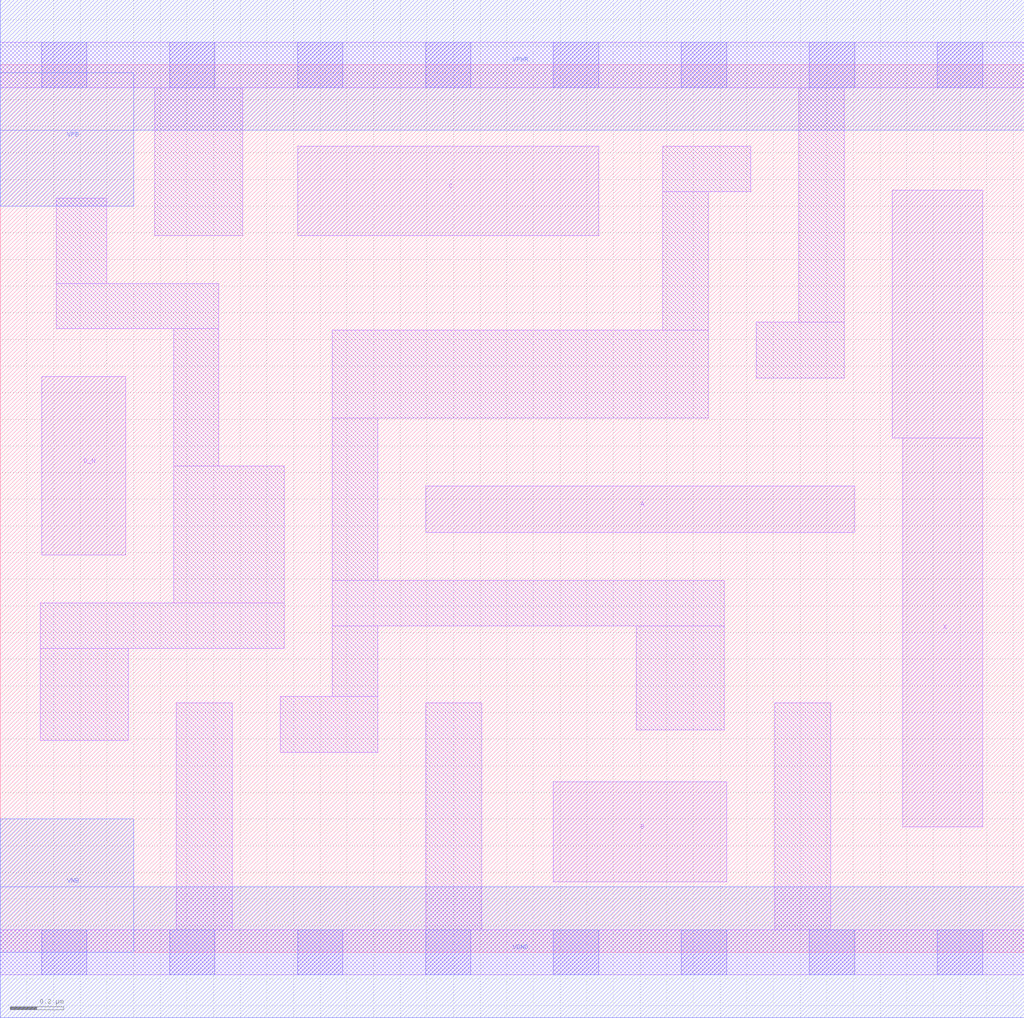
<source format=lef>
# Copyright 2020 The SkyWater PDK Authors
#
# Licensed under the Apache License, Version 2.0 (the "License");
# you may not use this file except in compliance with the License.
# You may obtain a copy of the License at
#
#     https://www.apache.org/licenses/LICENSE-2.0
#
# Unless required by applicable law or agreed to in writing, software
# distributed under the License is distributed on an "AS IS" BASIS,
# WITHOUT WARRANTIES OR CONDITIONS OF ANY KIND, either express or implied.
# See the License for the specific language governing permissions and
# limitations under the License.
#
# SPDX-License-Identifier: Apache-2.0

VERSION 5.5 ;
NAMESCASESENSITIVE ON ;
BUSBITCHARS "[]" ;
DIVIDERCHAR "/" ;
MACRO sky130_fd_sc_lp__or4b_m
  CLASS CORE ;
  SOURCE USER ;
  ORIGIN  0.000000  0.000000 ;
  SIZE  3.840000 BY  3.330000 ;
  SYMMETRY X Y R90 ;
  SITE unit ;
  PIN A
    ANTENNAGATEAREA  0.126000 ;
    DIRECTION INPUT ;
    USE SIGNAL ;
    PORT
      LAYER li1 ;
        RECT 1.595000 1.575000 3.205000 1.750000 ;
    END
  END A
  PIN B
    ANTENNAGATEAREA  0.126000 ;
    DIRECTION INPUT ;
    USE SIGNAL ;
    PORT
      LAYER li1 ;
        RECT 2.075000 0.265000 2.725000 0.640000 ;
    END
  END B
  PIN C
    ANTENNAGATEAREA  0.126000 ;
    DIRECTION INPUT ;
    USE SIGNAL ;
    PORT
      LAYER li1 ;
        RECT 1.115000 2.690000 2.245000 3.025000 ;
    END
  END C
  PIN D_N
    ANTENNAGATEAREA  0.126000 ;
    DIRECTION INPUT ;
    USE SIGNAL ;
    PORT
      LAYER li1 ;
        RECT 0.155000 1.490000 0.470000 2.160000 ;
    END
  END D_N
  PIN X
    ANTENNADIFFAREA  0.222600 ;
    DIRECTION OUTPUT ;
    USE SIGNAL ;
    PORT
      LAYER li1 ;
        RECT 3.345000 1.930000 3.685000 2.860000 ;
        RECT 3.385000 0.470000 3.685000 1.930000 ;
    END
  END X
  PIN VGND
    DIRECTION INOUT ;
    USE GROUND ;
    PORT
      LAYER met1 ;
        RECT 0.000000 -0.245000 3.840000 0.245000 ;
    END
  END VGND
  PIN VNB
    DIRECTION INOUT ;
    USE GROUND ;
    PORT
      LAYER met1 ;
        RECT 0.000000 0.000000 0.500000 0.500000 ;
    END
  END VNB
  PIN VPB
    DIRECTION INOUT ;
    USE POWER ;
    PORT
      LAYER met1 ;
        RECT 0.000000 2.800000 0.500000 3.300000 ;
    END
  END VPB
  PIN VPWR
    DIRECTION INOUT ;
    USE POWER ;
    PORT
      LAYER met1 ;
        RECT 0.000000 3.085000 3.840000 3.575000 ;
    END
  END VPWR
  OBS
    LAYER li1 ;
      RECT 0.000000 -0.085000 3.840000 0.085000 ;
      RECT 0.000000  3.245000 3.840000 3.415000 ;
      RECT 0.150000  0.795000 0.480000 1.140000 ;
      RECT 0.150000  1.140000 1.065000 1.310000 ;
      RECT 0.210000  2.340000 0.820000 2.510000 ;
      RECT 0.210000  2.510000 0.400000 2.830000 ;
      RECT 0.580000  2.690000 0.910000 3.245000 ;
      RECT 0.650000  1.310000 1.065000 1.825000 ;
      RECT 0.650000  1.825000 0.820000 2.340000 ;
      RECT 0.660000  0.085000 0.870000 0.935000 ;
      RECT 1.050000  0.750000 1.415000 0.960000 ;
      RECT 1.245000  0.960000 1.415000 1.225000 ;
      RECT 1.245000  1.225000 2.715000 1.395000 ;
      RECT 1.245000  1.395000 1.415000 2.005000 ;
      RECT 1.245000  2.005000 2.655000 2.335000 ;
      RECT 1.595000  0.085000 1.805000 0.935000 ;
      RECT 2.385000  0.835000 2.715000 1.225000 ;
      RECT 2.485000  2.335000 2.655000 2.855000 ;
      RECT 2.485000  2.855000 2.815000 3.025000 ;
      RECT 2.835000  2.155000 3.165000 2.365000 ;
      RECT 2.905000  0.085000 3.115000 0.935000 ;
      RECT 2.995000  2.365000 3.165000 3.245000 ;
    LAYER mcon ;
      RECT 0.155000 -0.085000 0.325000 0.085000 ;
      RECT 0.155000  3.245000 0.325000 3.415000 ;
      RECT 0.635000 -0.085000 0.805000 0.085000 ;
      RECT 0.635000  3.245000 0.805000 3.415000 ;
      RECT 1.115000 -0.085000 1.285000 0.085000 ;
      RECT 1.115000  3.245000 1.285000 3.415000 ;
      RECT 1.595000 -0.085000 1.765000 0.085000 ;
      RECT 1.595000  3.245000 1.765000 3.415000 ;
      RECT 2.075000 -0.085000 2.245000 0.085000 ;
      RECT 2.075000  3.245000 2.245000 3.415000 ;
      RECT 2.555000 -0.085000 2.725000 0.085000 ;
      RECT 2.555000  3.245000 2.725000 3.415000 ;
      RECT 3.035000 -0.085000 3.205000 0.085000 ;
      RECT 3.035000  3.245000 3.205000 3.415000 ;
      RECT 3.515000 -0.085000 3.685000 0.085000 ;
      RECT 3.515000  3.245000 3.685000 3.415000 ;
  END
END sky130_fd_sc_lp__or4b_m
END LIBRARY

</source>
